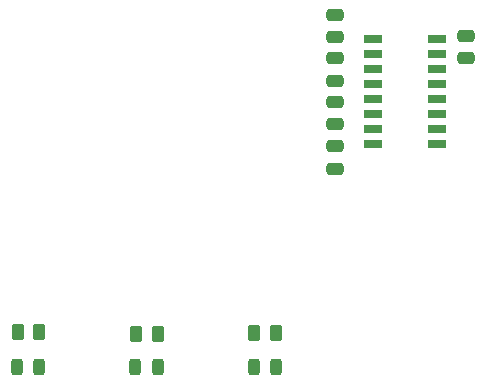
<source format=gbr>
%TF.GenerationSoftware,KiCad,Pcbnew,(6.0.11)*%
%TF.CreationDate,2024-01-03T20:30:30+00:00*%
%TF.ProjectId,LeWiFiModem,4c655769-4669-44d6-9f64-656d2e6b6963,rev?*%
%TF.SameCoordinates,Original*%
%TF.FileFunction,Paste,Top*%
%TF.FilePolarity,Positive*%
%FSLAX46Y46*%
G04 Gerber Fmt 4.6, Leading zero omitted, Abs format (unit mm)*
G04 Created by KiCad (PCBNEW (6.0.11)) date 2024-01-03 20:30:30*
%MOMM*%
%LPD*%
G01*
G04 APERTURE LIST*
G04 Aperture macros list*
%AMRoundRect*
0 Rectangle with rounded corners*
0 $1 Rounding radius*
0 $2 $3 $4 $5 $6 $7 $8 $9 X,Y pos of 4 corners*
0 Add a 4 corners polygon primitive as box body*
4,1,4,$2,$3,$4,$5,$6,$7,$8,$9,$2,$3,0*
0 Add four circle primitives for the rounded corners*
1,1,$1+$1,$2,$3*
1,1,$1+$1,$4,$5*
1,1,$1+$1,$6,$7*
1,1,$1+$1,$8,$9*
0 Add four rect primitives between the rounded corners*
20,1,$1+$1,$2,$3,$4,$5,0*
20,1,$1+$1,$4,$5,$6,$7,0*
20,1,$1+$1,$6,$7,$8,$9,0*
20,1,$1+$1,$8,$9,$2,$3,0*%
G04 Aperture macros list end*
%ADD10RoundRect,0.250000X0.475000X-0.250000X0.475000X0.250000X-0.475000X0.250000X-0.475000X-0.250000X0*%
%ADD11RoundRect,0.243750X0.243750X0.456250X-0.243750X0.456250X-0.243750X-0.456250X0.243750X-0.456250X0*%
%ADD12RoundRect,0.250000X-0.475000X0.250000X-0.475000X-0.250000X0.475000X-0.250000X0.475000X0.250000X0*%
%ADD13RoundRect,0.250000X0.262500X0.450000X-0.262500X0.450000X-0.262500X-0.450000X0.262500X-0.450000X0*%
%ADD14R,1.500000X0.650000*%
G04 APERTURE END LIST*
D10*
%TO.C,C1*%
X101482500Y-101960000D03*
X101482500Y-100060000D03*
%TD*%
D11*
%TO.C,D1*%
X76487500Y-129845000D03*
X74612500Y-129845000D03*
%TD*%
%TO.C,D3*%
X96487500Y-129845000D03*
X94612500Y-129845000D03*
%TD*%
D12*
%TO.C,C5*%
X112632500Y-101820000D03*
X112632500Y-103720000D03*
%TD*%
%TO.C,C3*%
X101482500Y-103760000D03*
X101482500Y-105660000D03*
%TD*%
D11*
%TO.C,D2*%
X86487500Y-129845000D03*
X84612500Y-129845000D03*
%TD*%
D13*
%TO.C,R1*%
X76482500Y-126950000D03*
X74657500Y-126950000D03*
%TD*%
D14*
%TO.C,U2*%
X104702500Y-102125000D03*
X104702500Y-103395000D03*
X104702500Y-104665000D03*
X104702500Y-105935000D03*
X104702500Y-107205000D03*
X104702500Y-108475000D03*
X104702500Y-109745000D03*
X104702500Y-111015000D03*
X110102500Y-111015000D03*
X110102500Y-109745000D03*
X110102500Y-108475000D03*
X110102500Y-107205000D03*
X110102500Y-105935000D03*
X110102500Y-104665000D03*
X110102500Y-103395000D03*
X110102500Y-102125000D03*
%TD*%
D13*
%TO.C,R3*%
X96482500Y-127010000D03*
X94657500Y-127010000D03*
%TD*%
%TO.C,R2*%
X86482500Y-127077142D03*
X84657500Y-127077142D03*
%TD*%
D12*
%TO.C,C2*%
X101482500Y-107440000D03*
X101482500Y-109340000D03*
%TD*%
%TO.C,C4*%
X101482500Y-111180000D03*
X101482500Y-113080000D03*
%TD*%
M02*

</source>
